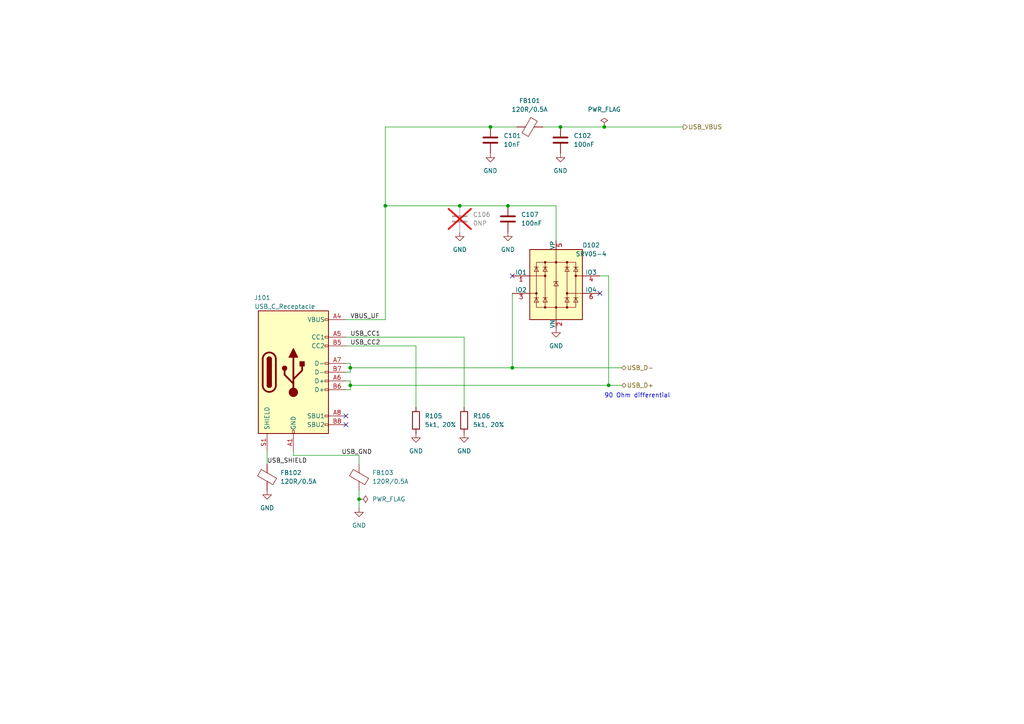
<source format=kicad_sch>
(kicad_sch (version 20230121) (generator eeschema)
  (paper "A4")
  (title_block (title "RF McQuack CC1101") (date "2023-11-10") (rev "1") (company "Andreas Sandberg <andreas@sandberg.uk>"))
  (lib_symbols
    (symbol "Connector:USB_C_Receptacle_USB2.0" (pin_names (offset 1.016))
      (property "Reference" "J" (at -10.16 19.05 0))
      (property "Value" "USB_C_Receptacle_USB2.0" (at 19.05 19.05 0))
      (symbol "USB_C_Receptacle_USB2.0_0_0"
        (rectangle (start -0.254 -17.78) (end 0.254 -16.764))
        (rectangle (start 10.16 -14.986) (end 9.144 -15.494))
        (rectangle (start 10.16 -12.446) (end 9.144 -12.954))
        (rectangle (start 10.16 -4.826) (end 9.144 -5.334))
        (rectangle (start 10.16 -2.286) (end 9.144 -2.794))
        (rectangle (start 10.16 0.254) (end 9.144 -0.254))
        (rectangle (start 10.16 2.794) (end 9.144 2.286))
        (rectangle (start 10.16 7.874) (end 9.144 7.366))
        (rectangle (start 10.16 10.414) (end 9.144 9.906))
        (rectangle (start 10.16 15.494) (end 9.144 14.986))
      )
      (symbol "USB_C_Receptacle_USB2.0_0_1"
        (rectangle (start -10.16 17.78) (end 10.16 -17.78) (stroke (width 0.254)) (fill (type background)))
        (arc (start -8.89 -3.81) (mid -6.985 -5.7067) (end -5.08 -3.81) (stroke (width 0.508)))
        (arc (start -7.62 -3.81) (mid -6.985 -4.4423) (end -6.35 -3.81) (stroke (width 0.254)))
        (arc (start -7.62 -3.81) (mid -6.985 -4.4423) (end -6.35 -3.81) (stroke (width 0.254)) (fill (type outline)))
        (rectangle (start -7.62 -3.81) (end -6.35 3.81) (stroke (width 0.254)) (fill (type outline)))
        (arc (start -6.35 3.81) (mid -6.985 4.4423) (end -7.62 3.81) (stroke (width 0.254)))
        (arc (start -6.35 3.81) (mid -6.985 4.4423) (end -7.62 3.81) (stroke (width 0.254)) (fill (type outline)))
        (arc (start -5.08 3.81) (mid -6.985 5.7067) (end -8.89 3.81) (stroke (width 0.508)))
        (circle (center -2.54 1.143) (radius 0.635) (stroke (width 0.254)) (fill (type outline)))
        (circle (center 0 -5.842) (radius 1.27) (fill (type outline)))
        (polyline (pts (xy -8.89 -3.81) (xy -8.89 3.81)) (stroke (width 0.508)))
        (polyline (pts (xy -5.08 3.81) (xy -5.08 -3.81)) (stroke (width 0.508)))
        (polyline (pts (xy 0 -5.842) (xy 0 4.318)) (stroke (width 0.508)))
        (polyline (pts (xy 0 -3.302) (xy -2.54 -0.762) (xy -2.54 0.508)) (stroke (width 0.508)))
        (polyline (pts (xy 0 -2.032) (xy 2.54 0.508) (xy 2.54 1.778)) (stroke (width 0.508)))
        (polyline (pts (xy -1.27 4.318) (xy 0 6.858) (xy 1.27 4.318) (xy -1.27 4.318)) (stroke (width 0.254)) (fill (type outline)))
        (rectangle (start 1.905 1.778) (end 3.175 3.048) (stroke (width 0.254)) (fill (type outline)))
      )
      (symbol "USB_C_Receptacle_USB2.0_1_1"
        (pin passive line (at 0 -22.86 90) (length 5.08) (name "GND") (number "A1"))
        (pin passive line (at 0 -22.86 90) (length 5.08) hide (name "GND") (number "A12"))
        (pin passive line (at 15.24 15.24 180) (length 5.08) (name "VBUS") (number "A4"))
        (pin bidirectional line (at 15.24 10.16 180) (length 5.08) (name "CC1") (number "A5"))
        (pin bidirectional line (at 15.24 -2.54 180) (length 5.08) (name "D+") (number "A6"))
        (pin bidirectional line (at 15.24 2.54 180) (length 5.08) (name "D-") (number "A7"))
        (pin bidirectional line (at 15.24 -12.7 180) (length 5.08) (name "SBU1") (number "A8"))
        (pin passive line (at 15.24 15.24 180) (length 5.08) hide (name "VBUS") (number "A9"))
        (pin passive line (at 0 -22.86 90) (length 5.08) hide (name "GND") (number "B1"))
        (pin passive line (at 0 -22.86 90) (length 5.08) hide (name "GND") (number "B12"))
        (pin passive line (at 15.24 15.24 180) (length 5.08) hide (name "VBUS") (number "B4"))
        (pin bidirectional line (at 15.24 7.62 180) (length 5.08) (name "CC2") (number "B5"))
        (pin bidirectional line (at 15.24 -5.08 180) (length 5.08) (name "D+") (number "B6"))
        (pin bidirectional line (at 15.24 0 180) (length 5.08) (name "D-") (number "B7"))
        (pin bidirectional line (at 15.24 -15.24 180) (length 5.08) (name "SBU2") (number "B8"))
        (pin passive line (at 15.24 15.24 180) (length 5.08) hide (name "VBUS") (number "B9"))
        (pin passive line (at -7.62 -22.86 90) (length 5.08) (name "SHIELD") (number "S1"))
      )
    )
    (symbol "Device:C" (pin_numbers hide) (pin_names (offset 0.254))
      (property "Reference" "C" (at 0.635 2.54 0))
      (property "Value" "C" (at 0.635 -2.54 0))
      (symbol "C_0_1"
        (polyline (pts (xy -2.032 -0.762) (xy 2.032 -0.762)) (stroke (width 0.508)))
        (polyline (pts (xy -2.032 0.762) (xy 2.032 0.762)) (stroke (width 0.508)))
      )
      (symbol "C_1_1"
        (pin passive line (at 0 3.81 270) (length 2.794) (name "~") (number "1"))
        (pin passive line (at 0 -3.81 90) (length 2.794) (name "~") (number "2"))
      )
    )
    (symbol "Device:FerriteBead" (pin_numbers hide) (pin_names (offset 0))
      (property "Reference" "FB" (at -3.81 0.635 90))
      (property "Value" "FerriteBead" (at 3.81 0 90))
      (symbol "FerriteBead_0_1"
        (polyline (pts (xy 0 -1.27) (xy 0 -1.2192)))
        (polyline (pts (xy 0 1.27) (xy 0 1.2954)))
        (polyline (pts (xy -2.7686 0.4064) (xy -1.7018 2.2606) (xy 2.7686 -0.3048) (xy 1.6764 -2.159) (xy -2.7686 0.4064)))
      )
      (symbol "FerriteBead_1_1"
        (pin passive line (at 0 3.81 270) (length 2.54) (name "~") (number "1"))
        (pin passive line (at 0 -3.81 90) (length 2.54) (name "~") (number "2"))
      )
    )
    (symbol "Device:R" (pin_numbers hide) (pin_names (offset 0))
      (property "Reference" "R" (at 2.032 0 90))
      (property "Value" "R" (at 0 0 90))
      (symbol "R_0_1"
        (rectangle (start -1.016 -2.54) (end 1.016 2.54) (stroke (width 0.254)))
      )
      (symbol "R_1_1"
        (pin passive line (at 0 3.81 270) (length 1.27) (name "~") (number "1"))
        (pin passive line (at 0 -3.81 90) (length 1.27) (name "~") (number "2"))
      )
    )
    (symbol "Power_Protection:SRV05-4" (pin_names (offset 0))
      (property "Reference" "U" (at -5.08 11.43 0))
      (property "Value" "SRV05-4" (at 2.54 11.43 0))
      (symbol "SRV05-4_0_0"
        (rectangle (start -5.715 6.477) (end 5.715 -6.604))
        (polyline (pts (xy -3.175 -6.604) (xy -3.175 6.477)))
        (polyline (pts (xy 3.175 6.477) (xy 3.175 -6.604)))
      )
      (symbol "SRV05-4_0_1"
        (rectangle (start -7.62 10.16) (end 7.62 -10.16) (stroke (width 0.254)) (fill (type background)))
        (circle (center -5.715 -2.54) (radius 0.2794) (fill (type outline)))
        (circle (center -3.175 -6.604) (radius 0.2794) (fill (type outline)))
        (circle (center -3.175 2.54) (radius 0.2794) (fill (type outline)))
        (circle (center -3.175 6.477) (radius 0.2794) (fill (type outline)))
        (circle (center 0 -6.604) (radius 0.2794) (fill (type outline)))
        (polyline (pts (xy -7.747 2.54) (xy -3.175 2.54)))
        (polyline (pts (xy -7.62 -2.54) (xy -5.715 -2.54)))
        (polyline (pts (xy -5.08 -3.81) (xy -6.35 -3.81)))
        (polyline (pts (xy -5.08 5.08) (xy -6.35 5.08)))
        (polyline (pts (xy -2.54 -3.81) (xy -3.81 -3.81)))
        (polyline (pts (xy -2.54 5.08) (xy -3.81 5.08)))
        (polyline (pts (xy 0 10.16) (xy 0 -10.16)))
        (polyline (pts (xy 3.81 -3.81) (xy 2.54 -3.81)))
        (polyline (pts (xy 3.81 5.08) (xy 2.54 5.08)))
        (polyline (pts (xy 6.35 -3.81) (xy 5.08 -3.81)))
        (polyline (pts (xy 6.35 5.08) (xy 5.08 5.08)))
        (polyline (pts (xy 7.62 -2.54) (xy 3.175 -2.54)))
        (polyline (pts (xy 7.62 2.54) (xy 5.715 2.54)))
        (polyline (pts (xy 0.635 0.889) (xy -0.635 0.889) (xy -0.635 0.635)))
        (polyline (pts (xy -5.08 -5.08) (xy -6.35 -5.08) (xy -5.715 -3.81) (xy -5.08 -5.08)))
        (polyline (pts (xy -5.08 3.81) (xy -6.35 3.81) (xy -5.715 5.08) (xy -5.08 3.81)))
        (polyline (pts (xy -2.54 -5.08) (xy -3.81 -5.08) (xy -3.175 -3.81) (xy -2.54 -5.08)))
        (polyline (pts (xy -2.54 3.81) (xy -3.81 3.81) (xy -3.175 5.08) (xy -2.54 3.81)))
        (polyline (pts (xy 0.635 -0.381) (xy -0.635 -0.381) (xy 0 0.889) (xy 0.635 -0.381)))
        (polyline (pts (xy 3.81 -5.08) (xy 2.54 -5.08) (xy 3.175 -3.81) (xy 3.81 -5.08)))
        (polyline (pts (xy 3.81 3.81) (xy 2.54 3.81) (xy 3.175 5.08) (xy 3.81 3.81)))
        (polyline (pts (xy 6.35 -5.08) (xy 5.08 -5.08) (xy 5.715 -3.81) (xy 6.35 -5.08)))
        (polyline (pts (xy 6.35 3.81) (xy 5.08 3.81) (xy 5.715 5.08) (xy 6.35 3.81)))
        (circle (center 0 6.477) (radius 0.2794) (fill (type outline)))
        (circle (center 3.175 -6.604) (radius 0.2794) (fill (type outline)))
        (circle (center 3.175 -2.54) (radius 0.2794) (fill (type outline)))
        (circle (center 3.175 6.477) (radius 0.2794) (fill (type outline)))
        (circle (center 5.715 2.54) (radius 0.2794) (fill (type outline)))
      )
      (symbol "SRV05-4_1_1"
        (pin passive line (at -12.7 2.54 0) (length 5.08) (name "IO1") (number "1"))
        (pin passive line (at 0 -12.7 90) (length 2.54) (name "VN") (number "2"))
        (pin passive line (at -12.7 -2.54 0) (length 5.08) (name "IO2") (number "3"))
        (pin passive line (at 12.7 2.54 180) (length 5.08) (name "IO3") (number "4"))
        (pin passive line (at 0 12.7 270) (length 2.54) (name "VP") (number "5"))
        (pin passive line (at 12.7 -2.54 180) (length 5.08) (name "IO4") (number "6"))
      )
    )
    (symbol "power:GND" (power) (pin_names (offset 0))
      (property "Value" "GND" (at 0 -3.81 0))
      (symbol "GND_0_1"
        (polyline (pts (xy 0 0) (xy 0 -1.27) (xy 1.27 -1.27) (xy 0 -2.54) (xy -1.27 -1.27) (xy 0 -1.27)))
      )
      (symbol "GND_1_1"
        (pin power_in line (at 0 0 270) (length 0) hide (name "GND") (number "1"))
      )
    )
    (symbol "power:PWR_FLAG" (power) (pin_numbers hide) (pin_names (offset 0) hide)
      (property "Value" "PWR_FLAG" (at 0 3.81 0))
      (symbol "PWR_FLAG_0_0"
        (pin power_out line (at 0 0 90) (length 0) (name "pwr") (number "1"))
      )
      (symbol "PWR_FLAG_0_1"
        (polyline (pts (xy 0 0) (xy 0 1.27) (xy -1.016 1.905) (xy 0 2.54) (xy 1.016 1.905) (xy 0 1.27)))
      )
    )
  )
  (junction (at 133.35 59.69))
  (junction (at 142.24 36.83))
  (junction (at 101.6 111.76))
  (junction (at 111.76 59.69))
  (junction (at 148.59 106.68))
  (junction (at 104.14 144.78))
  (junction (at 101.6 106.68))
  (junction (at 162.56 36.83))
  (junction (at 147.32 59.69))
  (junction (at 175.26 36.83))
  (junction (at 176.53 111.76))
  (no_connect (at 148.59 80.01))
  (no_connect (at 173.99 85.09))
  (no_connect (at 100.33 120.65))
  (no_connect (at 100.33 123.19))
  (wire (pts (xy 101.6 106.68) (xy 101.6 107.95)))
  (wire (pts (xy 111.76 36.83) (xy 142.24 36.83)))
  (wire (pts (xy 101.6 107.95) (xy 100.33 107.95)))
  (wire (pts (xy 133.35 59.69) (xy 147.32 59.69)))
  (wire (pts (xy 175.26 36.83) (xy 198.12 36.83)))
  (wire (pts (xy 101.6 111.76) (xy 176.53 111.76)))
  (wire (pts (xy 162.56 36.83) (xy 175.26 36.83)))
  (wire (pts (xy 104.14 144.78) (xy 104.14 147.32)))
  (wire (pts (xy 176.53 111.76) (xy 180.34 111.76)))
  (wire (pts (xy 85.09 130.81) (xy 85.09 132.08)))
  (wire (pts (xy 101.6 111.76) (xy 101.6 113.03)))
  (wire (pts (xy 176.53 80.01) (xy 173.99 80.01)))
  (wire (pts (xy 100.33 100.33) (xy 120.65 100.33)))
  (wire (pts (xy 101.6 113.03) (xy 100.33 113.03)))
  (wire (pts (xy 101.6 110.49) (xy 101.6 111.76)))
  (wire (pts (xy 142.24 36.83) (xy 149.86 36.83)))
  (wire (pts (xy 148.59 106.68) (xy 180.34 106.68)))
  (wire (pts (xy 100.33 110.49) (xy 101.6 110.49)))
  (wire (pts (xy 104.14 142.24) (xy 104.14 144.78)))
  (wire (pts (xy 85.09 132.08) (xy 104.14 132.08)))
  (wire (pts (xy 100.33 92.71) (xy 111.76 92.71)))
  (wire (pts (xy 101.6 106.68) (xy 148.59 106.68)))
  (wire (pts (xy 111.76 59.69) (xy 111.76 92.71)))
  (wire (pts (xy 111.76 36.83) (xy 111.76 59.69)))
  (wire (pts (xy 134.62 97.79) (xy 134.62 118.11)))
  (wire (pts (xy 77.47 130.81) (xy 77.47 134.62)))
  (wire (pts (xy 176.53 111.76) (xy 176.53 80.01)))
  (wire (pts (xy 148.59 85.09) (xy 148.59 106.68)))
  (wire (pts (xy 101.6 105.41) (xy 101.6 106.68)))
  (wire (pts (xy 120.65 100.33) (xy 120.65 118.11)))
  (wire (pts (xy 162.56 36.83) (xy 157.48 36.83)))
  (wire (pts (xy 104.14 132.08) (xy 104.14 134.62)))
  (wire (pts (xy 100.33 105.41) (xy 101.6 105.41)))
  (wire (pts (xy 147.32 59.69) (xy 161.29 59.69)))
  (wire (pts (xy 100.33 97.79) (xy 134.62 97.79)))
  (wire (pts (xy 133.35 59.69) (xy 111.76 59.69)))
  (wire (pts (xy 161.29 59.69) (xy 161.29 69.85)))
  (text "90 Ohm differential" (at 175.26 115.57 0) (effects (font (size 1.27 1.27)) (justify left bottom)))
  (label "VBUS_UF" (at 101.6 92.71 0))
  (label "USB_CC2" (at 101.6 100.33 0))
  (label "USB_CC1" (at 101.6 97.79 0))
  (label "USB_GND" (at 99.06 132.08 0))
  (label "USB_SHIELD" (at 77.47 134.62 0))
  (hierarchical_label "USB_D-" (shape bidirectional) (at 180.34 106.68 0))
  (hierarchical_label "USB_D+" (shape bidirectional) (at 180.34 111.76 0))
  (hierarchical_label "USB_VBUS" (shape output) (at 198.12 36.83 0))
  (symbol (lib_id "Device:C") (at 133.35 63.5 0) (unit 1) (in_bom no) (dnp yes)
    (property "Reference" "C106" (at 137.16 62.2299 0) (effects (justify left)))
    (property "Value" "DNP" (at 137.16 64.7699 0) (effects (justify left)))
    (property "Footprint" "Capacitor_SMD:C_0603_1608Metric" (effects hide))
    (instances (project "cc1quack" (path "" (reference "C106") (unit 1)) (path "" (reference "C201") (unit 1))))
  )
  (symbol (lib_id "Power_Protection:SRV05-4") (at 161.29 82.55 0) (unit 1)
    (property "Reference" "D102" (at 171.45 71.12 0))
    (property "Value" "SRV05-4" (at 171.45 73.66 0))
    (property "Footprint" "Package_TO_SOT_SMD:SOT-23-6" (effects hide))
    (property "Datasheet" "https://datasheet.lcsc.com/lcsc/2308281515_hongjiacheng-SRV05-4_C7420376.pdf" (effects hide))
    (property "LCSC Part #" "C7420376" (effects hide))
    (instances (project "cc1quack" (path "" (reference "D102") (unit 1)) (path "" (reference "D201") (unit 1))))
  )
  (symbol (lib_id "power:GND") (at 134.62 125.73 0) (unit 1)
    (property "Reference" "#PWR0117" (effects hide))
    (property "Value" "GND" (at 134.62 130.81 0))
    (instances (project "cc1quack" (path "" (reference "#PWR0117") (unit 1)) (path "" (reference "#PWR0205") (unit 1))))
  )
  (symbol (lib_id "power:GND") (at 142.24 44.45 0) (unit 1)
    (property "Reference" "#PWR0101" (effects hide))
    (property "Value" "GND" (at 142.24 49.53 0))
    (instances (project "cc1quack" (path "" (reference "#PWR0101") (unit 1)) (path "" (reference "#PWR0206") (unit 1))))
  )
  (symbol (lib_id "power:GND") (at 77.47 142.24 0) (unit 1)
    (property "Reference" "#PWR0120" (effects hide))
    (property "Value" "GND" (at 77.47 147.32 0))
    (instances (project "cc1quack" (path "" (reference "#PWR0120") (unit 1)) (path "" (reference "#PWR0201") (unit 1))))
  )
  (symbol (lib_id "Device:C") (at 142.24 40.64 0) (unit 1)
    (property "Reference" "C101" (at 146.05 39.37 0) (effects (justify left)))
    (property "Value" "10nF" (at 146.05 41.91 0) (effects (justify left)))
    (property "Footprint" "Capacitor_SMD:C_0603_1608Metric" (effects hide))
    (property "LCSC Part #" "C57112" (effects hide))
    (instances (project "cc1quack" (path "" (reference "C101") (unit 1)) (path "" (reference "C202") (unit 1))))
  )
  (symbol (lib_id "power:GND") (at 120.65 125.73 0) (unit 1)
    (property "Reference" "#PWR0116" (effects hide))
    (property "Value" "GND" (at 120.65 130.81 0))
    (instances (project "cc1quack" (path "" (reference "#PWR0116") (unit 1)) (path "" (reference "#PWR0203") (unit 1))))
  )
  (symbol (lib_id "Connector:USB_C_Receptacle_USB2.0") (at 85.09 107.95 0) (unit 1)
    (property "Reference" "J101" (at 73.66 86.36 0) (effects (justify left)))
    (property "Value" "USB_C_Receptacle" (at 91.44 88.9 0) (effects (justify right)))
    (property "Footprint" "quack:USB_C_Receptacle_HRO_TYPE-C-31-M-12" (effects hide))
    (property "Datasheet" "https://www.usb.org/sites/default/files/documents/usb_type-c.zip" (effects hide))
    (property "LCSC Part #" "C165948" (effects hide))
    (property "Manufacturer" "Korean Hroparts Elec" (effects hide))
    (property "Part number" "TYPE-C-31-M-12" (effects hide))
    (instances (project "cc1quack" (path "" (reference "J101") (unit 1)) (path "" (reference "J201") (unit 1))))
  )
  (symbol (lib_id "power:GND") (at 161.29 95.25 0) (unit 1)
    (property "Reference" "#PWR0112" (effects hide))
    (property "Value" "GND" (at 161.29 100.33 0))
    (instances (project "cc1quack" (path "" (reference "#PWR0112") (unit 1)) (path "" (reference "#PWR0208") (unit 1))))
  )
  (symbol (lib_id "power:PWR_FLAG") (at 104.14 144.78 270) (unit 1)
    (property "Reference" "#FLG0101" (effects hide))
    (property "Value" "PWR_FLAG" (at 107.95 144.78 90) (effects (justify left)))
    (instances (project "cc1quack" (path "" (reference "#FLG0101") (unit 1)) (path "" (reference "#FLG0202") (unit 1))))
  )
  (symbol (lib_id "Device:FerriteBead") (at 104.14 138.43 0) (unit 1)
    (property "Reference" "FB103" (at 107.95 137.1091 0) (effects (justify left)))
    (property "Value" "120R/0.5A" (at 107.95 139.6491 0) (effects (justify left)))
    (property "Footprint" "Inductor_SMD:L_0805_2012Metric" (effects hide))
    (property "LCSC Part #" "C1015" (effects hide))
    (instances (project "cc1quack" (path "" (reference "FB103") (unit 1)) (path "" (reference "FB202") (unit 1))))
  )
  (symbol (lib_id "Device:C") (at 147.32 63.5 0) (unit 1)
    (property "Reference" "C107" (at 151.13 62.2299 0) (effects (justify left)))
    (property "Value" "100nF" (at 151.13 64.7699 0) (effects (justify left)))
    (property "Footprint" "Capacitor_SMD:C_0603_1608Metric" (effects hide))
    (property "LCSC Part #" "C14663" (effects hide))
    (instances (project "cc1quack" (path "" (reference "C107") (unit 1)) (path "" (reference "C203") (unit 1))))
  )
  (symbol (lib_id "Device:R") (at 134.62 121.92 0) (unit 1)
    (property "Reference" "R106" (at 137.16 120.6499 0) (effects (justify left)))
    (property "Value" "5k1, 20%" (at 137.16 123.1899 0) (effects (justify left)))
    (property "Footprint" "Resistor_SMD:R_0603_1608Metric" (effects hide))
    (property "LCSC Part #" "C23186" (effects hide))
    (instances (project "cc1quack" (path "" (reference "R106") (unit 1)) (path "" (reference "R202") (unit 1))))
  )
  (symbol (lib_id "Device:FerriteBead") (at 77.47 138.43 0) (unit 1)
    (property "Reference" "FB102" (at 81.28 137.1091 0) (effects (justify left)))
    (property "Value" "120R/0.5A" (at 81.28 139.6491 0) (effects (justify left)))
    (property "Footprint" "Inductor_SMD:L_0805_2012Metric" (effects hide))
    (property "LCSC Part #" "C1015" (effects hide))
    (instances (project "cc1quack" (path "" (reference "FB102") (unit 1)) (path "" (reference "FB201") (unit 1))))
  )
  (symbol (lib_id "Device:R") (at 120.65 121.92 0) (unit 1)
    (property "Reference" "R105" (at 123.19 120.6499 0) (effects (justify left)))
    (property "Value" "5k1, 20%" (at 123.19 123.1899 0) (effects (justify left)))
    (property "Footprint" "Resistor_SMD:R_0603_1608Metric" (effects hide))
    (property "LCSC Part #" "C23186" (effects hide))
    (instances (project "cc1quack" (path "" (reference "R105") (unit 1)) (path "" (reference "R201") (unit 1))))
  )
  (symbol (lib_id "power:PWR_FLAG") (at 175.26 36.83 0) (unit 1)
    (property "Reference" "#FLG0101" (effects hide))
    (property "Value" "PWR_FLAG" (at 175.26 31.75 0))
    (instances (project "cc1quack" (path "" (reference "#FLG0101") (unit 1)) (path "" (reference "#FLG0201") (unit 1))))
  )
  (symbol (lib_id "power:GND") (at 133.35 67.31 0) (unit 1)
    (property "Reference" "#PWR0108" (effects hide))
    (property "Value" "GND" (at 133.35 72.39 0))
    (instances (project "cc1quack" (path "" (reference "#PWR0108") (unit 1)) (path "" (reference "#PWR0204") (unit 1))))
  )
  (symbol (lib_id "Device:FerriteBead") (at 153.67 36.83 90) (unit 1)
    (property "Reference" "FB101" (at 153.6192 29.21 90))
    (property "Value" "120R/0.5A" (at 153.6192 31.75 90))
    (property "Footprint" "Inductor_SMD:L_0805_2012Metric" (effects hide))
    (property "LCSC Part #" "C1015" (effects hide))
    (instances (project "cc1quack" (path "" (reference "FB101") (unit 1)) (path "" (reference "FB203") (unit 1))))
  )
  (symbol (lib_id "power:GND") (at 147.32 67.31 0) (unit 1)
    (property "Reference" "#PWR0109" (effects hide))
    (property "Value" "GND" (at 147.32 72.39 0))
    (instances (project "cc1quack" (path "" (reference "#PWR0109") (unit 1)) (path "" (reference "#PWR0207") (unit 1))))
  )
  (symbol (lib_id "power:GND") (at 162.56 44.45 0) (unit 1)
    (property "Reference" "#PWR0102" (effects hide))
    (property "Value" "GND" (at 162.56 49.53 0))
    (instances (project "cc1quack" (path "" (reference "#PWR0102") (unit 1)) (path "" (reference "#PWR0209") (unit 1))))
  )
  (symbol (lib_id "Device:C") (at 162.56 40.64 0) (unit 1)
    (property "Reference" "C102" (at 166.37 39.3699 0) (effects (justify left)))
    (property "Value" "100nF" (at 166.37 41.9099 0) (effects (justify left)))
    (property "Footprint" "Capacitor_SMD:C_0603_1608Metric" (effects hide))
    (property "LCSC Part #" "C14663" (effects hide))
    (instances (project "cc1quack" (path "" (reference "C102") (unit 1)) (path "" (reference "C204") (unit 1))))
  )
  (symbol (lib_id "power:GND") (at 104.14 147.32 0) (unit 1)
    (property "Reference" "#PWR0121" (effects hide))
    (property "Value" "GND" (at 104.14 152.4 0))
    (instances (project "cc1quack" (path "" (reference "#PWR0121") (unit 1)) (path "" (reference "#PWR0202") (unit 1))))
  )
)
</source>
